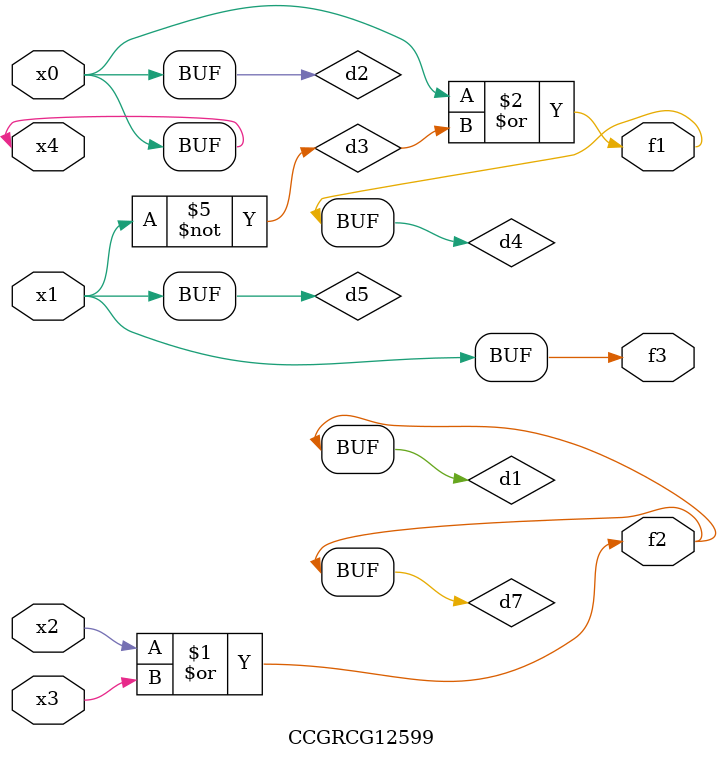
<source format=v>
module CCGRCG12599(
	input x0, x1, x2, x3, x4,
	output f1, f2, f3
);

	wire d1, d2, d3, d4, d5, d6, d7;

	or (d1, x2, x3);
	buf (d2, x0, x4);
	not (d3, x1);
	or (d4, d2, d3);
	not (d5, d3);
	nand (d6, d1, d3);
	or (d7, d1);
	assign f1 = d4;
	assign f2 = d7;
	assign f3 = d5;
endmodule

</source>
